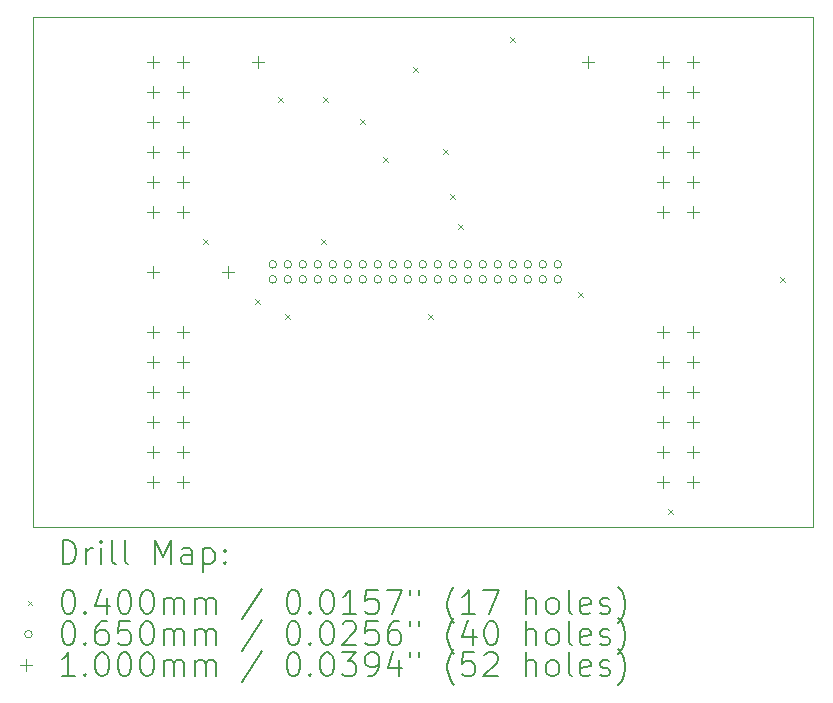
<source format=gbr>
%TF.GenerationSoftware,KiCad,Pcbnew,(6.0.9)*%
%TF.CreationDate,2022-11-20T21:47:47+01:00*%
%TF.ProjectId,iCE40HX8K-EVB EXT2PMOD adapter,69434534-3048-4583-984b-2d4556422045,V1.0*%
%TF.SameCoordinates,Original*%
%TF.FileFunction,Drillmap*%
%TF.FilePolarity,Positive*%
%FSLAX45Y45*%
G04 Gerber Fmt 4.5, Leading zero omitted, Abs format (unit mm)*
G04 Created by KiCad (PCBNEW (6.0.9)) date 2022-11-20 21:47:47*
%MOMM*%
%LPD*%
G01*
G04 APERTURE LIST*
%ADD10C,0.100000*%
%ADD11C,0.200000*%
%ADD12C,0.040000*%
%ADD13C,0.065000*%
G04 APERTURE END LIST*
D10*
X13208000Y-7493000D02*
X13208000Y-11811000D01*
X19812000Y-7493000D02*
X13208000Y-7493000D01*
X19812000Y-11811000D02*
X19812000Y-7493000D01*
X13208000Y-11811000D02*
X19812000Y-11811000D01*
D11*
D12*
X14648500Y-9378000D02*
X14688500Y-9418000D01*
X14688500Y-9378000D02*
X14648500Y-9418000D01*
X15093000Y-9886000D02*
X15133000Y-9926000D01*
X15133000Y-9886000D02*
X15093000Y-9926000D01*
X15283500Y-8171500D02*
X15323500Y-8211500D01*
X15323500Y-8171500D02*
X15283500Y-8211500D01*
X15347000Y-10013000D02*
X15387000Y-10053000D01*
X15387000Y-10013000D02*
X15347000Y-10053000D01*
X15646050Y-9378000D02*
X15686050Y-9418000D01*
X15686050Y-9378000D02*
X15646050Y-9418000D01*
X15664500Y-8171500D02*
X15704500Y-8211500D01*
X15704500Y-8171500D02*
X15664500Y-8211500D01*
X15982000Y-8362000D02*
X16022000Y-8402000D01*
X16022000Y-8362000D02*
X15982000Y-8402000D01*
X16172500Y-8679500D02*
X16212500Y-8719500D01*
X16212500Y-8679500D02*
X16172500Y-8719500D01*
X16426500Y-7917500D02*
X16466500Y-7957500D01*
X16466500Y-7917500D02*
X16426500Y-7957500D01*
X16553500Y-10013000D02*
X16593500Y-10053000D01*
X16593500Y-10013000D02*
X16553500Y-10053000D01*
X16680500Y-8616000D02*
X16720500Y-8656000D01*
X16720500Y-8616000D02*
X16680500Y-8656000D01*
X16744000Y-8997000D02*
X16784000Y-9037000D01*
X16784000Y-8997000D02*
X16744000Y-9037000D01*
X16807500Y-9251000D02*
X16847500Y-9291000D01*
X16847500Y-9251000D02*
X16807500Y-9291000D01*
X17252000Y-7663500D02*
X17292000Y-7703500D01*
X17292000Y-7663500D02*
X17252000Y-7703500D01*
X17823500Y-9822500D02*
X17863500Y-9862500D01*
X17863500Y-9822500D02*
X17823500Y-9862500D01*
X18585500Y-11664000D02*
X18625500Y-11704000D01*
X18625500Y-11664000D02*
X18585500Y-11704000D01*
X19538000Y-9695500D02*
X19578000Y-9735500D01*
X19578000Y-9695500D02*
X19538000Y-9735500D01*
D13*
X15272500Y-9588500D02*
G75*
G03*
X15272500Y-9588500I-32500J0D01*
G01*
X15272500Y-9715500D02*
G75*
G03*
X15272500Y-9715500I-32500J0D01*
G01*
X15399500Y-9588500D02*
G75*
G03*
X15399500Y-9588500I-32500J0D01*
G01*
X15399500Y-9715500D02*
G75*
G03*
X15399500Y-9715500I-32500J0D01*
G01*
X15526500Y-9588500D02*
G75*
G03*
X15526500Y-9588500I-32500J0D01*
G01*
X15526500Y-9715500D02*
G75*
G03*
X15526500Y-9715500I-32500J0D01*
G01*
X15653500Y-9588500D02*
G75*
G03*
X15653500Y-9588500I-32500J0D01*
G01*
X15653500Y-9715500D02*
G75*
G03*
X15653500Y-9715500I-32500J0D01*
G01*
X15780500Y-9588500D02*
G75*
G03*
X15780500Y-9588500I-32500J0D01*
G01*
X15780500Y-9715500D02*
G75*
G03*
X15780500Y-9715500I-32500J0D01*
G01*
X15907500Y-9588500D02*
G75*
G03*
X15907500Y-9588500I-32500J0D01*
G01*
X15907500Y-9715500D02*
G75*
G03*
X15907500Y-9715500I-32500J0D01*
G01*
X16034500Y-9588500D02*
G75*
G03*
X16034500Y-9588500I-32500J0D01*
G01*
X16034500Y-9715500D02*
G75*
G03*
X16034500Y-9715500I-32500J0D01*
G01*
X16161500Y-9588500D02*
G75*
G03*
X16161500Y-9588500I-32500J0D01*
G01*
X16161500Y-9715500D02*
G75*
G03*
X16161500Y-9715500I-32500J0D01*
G01*
X16288500Y-9588500D02*
G75*
G03*
X16288500Y-9588500I-32500J0D01*
G01*
X16288500Y-9715500D02*
G75*
G03*
X16288500Y-9715500I-32500J0D01*
G01*
X16415500Y-9588500D02*
G75*
G03*
X16415500Y-9588500I-32500J0D01*
G01*
X16415500Y-9715500D02*
G75*
G03*
X16415500Y-9715500I-32500J0D01*
G01*
X16542500Y-9588500D02*
G75*
G03*
X16542500Y-9588500I-32500J0D01*
G01*
X16542500Y-9715500D02*
G75*
G03*
X16542500Y-9715500I-32500J0D01*
G01*
X16669500Y-9588500D02*
G75*
G03*
X16669500Y-9588500I-32500J0D01*
G01*
X16669500Y-9715500D02*
G75*
G03*
X16669500Y-9715500I-32500J0D01*
G01*
X16796500Y-9588500D02*
G75*
G03*
X16796500Y-9588500I-32500J0D01*
G01*
X16796500Y-9715500D02*
G75*
G03*
X16796500Y-9715500I-32500J0D01*
G01*
X16923500Y-9588500D02*
G75*
G03*
X16923500Y-9588500I-32500J0D01*
G01*
X16923500Y-9715500D02*
G75*
G03*
X16923500Y-9715500I-32500J0D01*
G01*
X17050500Y-9588500D02*
G75*
G03*
X17050500Y-9588500I-32500J0D01*
G01*
X17050500Y-9715500D02*
G75*
G03*
X17050500Y-9715500I-32500J0D01*
G01*
X17177500Y-9588500D02*
G75*
G03*
X17177500Y-9588500I-32500J0D01*
G01*
X17177500Y-9715500D02*
G75*
G03*
X17177500Y-9715500I-32500J0D01*
G01*
X17304500Y-9588500D02*
G75*
G03*
X17304500Y-9588500I-32500J0D01*
G01*
X17304500Y-9715500D02*
G75*
G03*
X17304500Y-9715500I-32500J0D01*
G01*
X17431500Y-9588500D02*
G75*
G03*
X17431500Y-9588500I-32500J0D01*
G01*
X17431500Y-9715500D02*
G75*
G03*
X17431500Y-9715500I-32500J0D01*
G01*
X17558500Y-9588500D02*
G75*
G03*
X17558500Y-9588500I-32500J0D01*
G01*
X17558500Y-9715500D02*
G75*
G03*
X17558500Y-9715500I-32500J0D01*
G01*
X17685500Y-9588500D02*
G75*
G03*
X17685500Y-9588500I-32500J0D01*
G01*
X17685500Y-9715500D02*
G75*
G03*
X17685500Y-9715500I-32500J0D01*
G01*
D10*
X14224000Y-7824000D02*
X14224000Y-7924000D01*
X14174000Y-7874000D02*
X14274000Y-7874000D01*
X14224000Y-8078000D02*
X14224000Y-8178000D01*
X14174000Y-8128000D02*
X14274000Y-8128000D01*
X14224000Y-8332000D02*
X14224000Y-8432000D01*
X14174000Y-8382000D02*
X14274000Y-8382000D01*
X14224000Y-8586000D02*
X14224000Y-8686000D01*
X14174000Y-8636000D02*
X14274000Y-8636000D01*
X14224000Y-8840000D02*
X14224000Y-8940000D01*
X14174000Y-8890000D02*
X14274000Y-8890000D01*
X14224000Y-9094000D02*
X14224000Y-9194000D01*
X14174000Y-9144000D02*
X14274000Y-9144000D01*
X14224000Y-9602000D02*
X14224000Y-9702000D01*
X14174000Y-9652000D02*
X14274000Y-9652000D01*
X14224000Y-10110000D02*
X14224000Y-10210000D01*
X14174000Y-10160000D02*
X14274000Y-10160000D01*
X14224000Y-10364000D02*
X14224000Y-10464000D01*
X14174000Y-10414000D02*
X14274000Y-10414000D01*
X14224000Y-10618000D02*
X14224000Y-10718000D01*
X14174000Y-10668000D02*
X14274000Y-10668000D01*
X14224000Y-10872000D02*
X14224000Y-10972000D01*
X14174000Y-10922000D02*
X14274000Y-10922000D01*
X14224000Y-11126000D02*
X14224000Y-11226000D01*
X14174000Y-11176000D02*
X14274000Y-11176000D01*
X14224000Y-11380000D02*
X14224000Y-11480000D01*
X14174000Y-11430000D02*
X14274000Y-11430000D01*
X14478000Y-7824000D02*
X14478000Y-7924000D01*
X14428000Y-7874000D02*
X14528000Y-7874000D01*
X14478000Y-8078000D02*
X14478000Y-8178000D01*
X14428000Y-8128000D02*
X14528000Y-8128000D01*
X14478000Y-8332000D02*
X14478000Y-8432000D01*
X14428000Y-8382000D02*
X14528000Y-8382000D01*
X14478000Y-8586000D02*
X14478000Y-8686000D01*
X14428000Y-8636000D02*
X14528000Y-8636000D01*
X14478000Y-8840000D02*
X14478000Y-8940000D01*
X14428000Y-8890000D02*
X14528000Y-8890000D01*
X14478000Y-9094000D02*
X14478000Y-9194000D01*
X14428000Y-9144000D02*
X14528000Y-9144000D01*
X14478000Y-10110000D02*
X14478000Y-10210000D01*
X14428000Y-10160000D02*
X14528000Y-10160000D01*
X14478000Y-10364000D02*
X14478000Y-10464000D01*
X14428000Y-10414000D02*
X14528000Y-10414000D01*
X14478000Y-10618000D02*
X14478000Y-10718000D01*
X14428000Y-10668000D02*
X14528000Y-10668000D01*
X14478000Y-10872000D02*
X14478000Y-10972000D01*
X14428000Y-10922000D02*
X14528000Y-10922000D01*
X14478000Y-11126000D02*
X14478000Y-11226000D01*
X14428000Y-11176000D02*
X14528000Y-11176000D01*
X14478000Y-11380000D02*
X14478000Y-11480000D01*
X14428000Y-11430000D02*
X14528000Y-11430000D01*
X14859000Y-9602000D02*
X14859000Y-9702000D01*
X14809000Y-9652000D02*
X14909000Y-9652000D01*
X15113000Y-7824000D02*
X15113000Y-7924000D01*
X15063000Y-7874000D02*
X15163000Y-7874000D01*
X17907000Y-7824000D02*
X17907000Y-7924000D01*
X17857000Y-7874000D02*
X17957000Y-7874000D01*
X18542000Y-7824000D02*
X18542000Y-7924000D01*
X18492000Y-7874000D02*
X18592000Y-7874000D01*
X18542000Y-8078000D02*
X18542000Y-8178000D01*
X18492000Y-8128000D02*
X18592000Y-8128000D01*
X18542000Y-8332000D02*
X18542000Y-8432000D01*
X18492000Y-8382000D02*
X18592000Y-8382000D01*
X18542000Y-8586000D02*
X18542000Y-8686000D01*
X18492000Y-8636000D02*
X18592000Y-8636000D01*
X18542000Y-8840000D02*
X18542000Y-8940000D01*
X18492000Y-8890000D02*
X18592000Y-8890000D01*
X18542000Y-9094000D02*
X18542000Y-9194000D01*
X18492000Y-9144000D02*
X18592000Y-9144000D01*
X18542000Y-10110000D02*
X18542000Y-10210000D01*
X18492000Y-10160000D02*
X18592000Y-10160000D01*
X18542000Y-10364000D02*
X18542000Y-10464000D01*
X18492000Y-10414000D02*
X18592000Y-10414000D01*
X18542000Y-10618000D02*
X18542000Y-10718000D01*
X18492000Y-10668000D02*
X18592000Y-10668000D01*
X18542000Y-10872000D02*
X18542000Y-10972000D01*
X18492000Y-10922000D02*
X18592000Y-10922000D01*
X18542000Y-11126000D02*
X18542000Y-11226000D01*
X18492000Y-11176000D02*
X18592000Y-11176000D01*
X18542000Y-11380000D02*
X18542000Y-11480000D01*
X18492000Y-11430000D02*
X18592000Y-11430000D01*
X18796000Y-7824000D02*
X18796000Y-7924000D01*
X18746000Y-7874000D02*
X18846000Y-7874000D01*
X18796000Y-8078000D02*
X18796000Y-8178000D01*
X18746000Y-8128000D02*
X18846000Y-8128000D01*
X18796000Y-8332000D02*
X18796000Y-8432000D01*
X18746000Y-8382000D02*
X18846000Y-8382000D01*
X18796000Y-8586000D02*
X18796000Y-8686000D01*
X18746000Y-8636000D02*
X18846000Y-8636000D01*
X18796000Y-8840000D02*
X18796000Y-8940000D01*
X18746000Y-8890000D02*
X18846000Y-8890000D01*
X18796000Y-9094000D02*
X18796000Y-9194000D01*
X18746000Y-9144000D02*
X18846000Y-9144000D01*
X18796000Y-10110000D02*
X18796000Y-10210000D01*
X18746000Y-10160000D02*
X18846000Y-10160000D01*
X18796000Y-10364000D02*
X18796000Y-10464000D01*
X18746000Y-10414000D02*
X18846000Y-10414000D01*
X18796000Y-10618000D02*
X18796000Y-10718000D01*
X18746000Y-10668000D02*
X18846000Y-10668000D01*
X18796000Y-10872000D02*
X18796000Y-10972000D01*
X18746000Y-10922000D02*
X18846000Y-10922000D01*
X18796000Y-11126000D02*
X18796000Y-11226000D01*
X18746000Y-11176000D02*
X18846000Y-11176000D01*
X18796000Y-11380000D02*
X18796000Y-11480000D01*
X18746000Y-11430000D02*
X18846000Y-11430000D01*
D11*
X13460619Y-12126476D02*
X13460619Y-11926476D01*
X13508238Y-11926476D01*
X13536809Y-11936000D01*
X13555857Y-11955048D01*
X13565381Y-11974095D01*
X13574905Y-12012190D01*
X13574905Y-12040762D01*
X13565381Y-12078857D01*
X13555857Y-12097905D01*
X13536809Y-12116952D01*
X13508238Y-12126476D01*
X13460619Y-12126476D01*
X13660619Y-12126476D02*
X13660619Y-11993143D01*
X13660619Y-12031238D02*
X13670143Y-12012190D01*
X13679667Y-12002667D01*
X13698714Y-11993143D01*
X13717762Y-11993143D01*
X13784428Y-12126476D02*
X13784428Y-11993143D01*
X13784428Y-11926476D02*
X13774905Y-11936000D01*
X13784428Y-11945524D01*
X13793952Y-11936000D01*
X13784428Y-11926476D01*
X13784428Y-11945524D01*
X13908238Y-12126476D02*
X13889190Y-12116952D01*
X13879667Y-12097905D01*
X13879667Y-11926476D01*
X14013000Y-12126476D02*
X13993952Y-12116952D01*
X13984428Y-12097905D01*
X13984428Y-11926476D01*
X14241571Y-12126476D02*
X14241571Y-11926476D01*
X14308238Y-12069333D01*
X14374905Y-11926476D01*
X14374905Y-12126476D01*
X14555857Y-12126476D02*
X14555857Y-12021714D01*
X14546333Y-12002667D01*
X14527286Y-11993143D01*
X14489190Y-11993143D01*
X14470143Y-12002667D01*
X14555857Y-12116952D02*
X14536809Y-12126476D01*
X14489190Y-12126476D01*
X14470143Y-12116952D01*
X14460619Y-12097905D01*
X14460619Y-12078857D01*
X14470143Y-12059809D01*
X14489190Y-12050286D01*
X14536809Y-12050286D01*
X14555857Y-12040762D01*
X14651095Y-11993143D02*
X14651095Y-12193143D01*
X14651095Y-12002667D02*
X14670143Y-11993143D01*
X14708238Y-11993143D01*
X14727286Y-12002667D01*
X14736809Y-12012190D01*
X14746333Y-12031238D01*
X14746333Y-12088381D01*
X14736809Y-12107428D01*
X14727286Y-12116952D01*
X14708238Y-12126476D01*
X14670143Y-12126476D01*
X14651095Y-12116952D01*
X14832048Y-12107428D02*
X14841571Y-12116952D01*
X14832048Y-12126476D01*
X14822524Y-12116952D01*
X14832048Y-12107428D01*
X14832048Y-12126476D01*
X14832048Y-12002667D02*
X14841571Y-12012190D01*
X14832048Y-12021714D01*
X14822524Y-12012190D01*
X14832048Y-12002667D01*
X14832048Y-12021714D01*
D12*
X13163000Y-12436000D02*
X13203000Y-12476000D01*
X13203000Y-12436000D02*
X13163000Y-12476000D01*
D11*
X13498714Y-12346476D02*
X13517762Y-12346476D01*
X13536809Y-12356000D01*
X13546333Y-12365524D01*
X13555857Y-12384571D01*
X13565381Y-12422667D01*
X13565381Y-12470286D01*
X13555857Y-12508381D01*
X13546333Y-12527428D01*
X13536809Y-12536952D01*
X13517762Y-12546476D01*
X13498714Y-12546476D01*
X13479667Y-12536952D01*
X13470143Y-12527428D01*
X13460619Y-12508381D01*
X13451095Y-12470286D01*
X13451095Y-12422667D01*
X13460619Y-12384571D01*
X13470143Y-12365524D01*
X13479667Y-12356000D01*
X13498714Y-12346476D01*
X13651095Y-12527428D02*
X13660619Y-12536952D01*
X13651095Y-12546476D01*
X13641571Y-12536952D01*
X13651095Y-12527428D01*
X13651095Y-12546476D01*
X13832048Y-12413143D02*
X13832048Y-12546476D01*
X13784428Y-12336952D02*
X13736809Y-12479809D01*
X13860619Y-12479809D01*
X13974905Y-12346476D02*
X13993952Y-12346476D01*
X14013000Y-12356000D01*
X14022524Y-12365524D01*
X14032048Y-12384571D01*
X14041571Y-12422667D01*
X14041571Y-12470286D01*
X14032048Y-12508381D01*
X14022524Y-12527428D01*
X14013000Y-12536952D01*
X13993952Y-12546476D01*
X13974905Y-12546476D01*
X13955857Y-12536952D01*
X13946333Y-12527428D01*
X13936809Y-12508381D01*
X13927286Y-12470286D01*
X13927286Y-12422667D01*
X13936809Y-12384571D01*
X13946333Y-12365524D01*
X13955857Y-12356000D01*
X13974905Y-12346476D01*
X14165381Y-12346476D02*
X14184428Y-12346476D01*
X14203476Y-12356000D01*
X14213000Y-12365524D01*
X14222524Y-12384571D01*
X14232048Y-12422667D01*
X14232048Y-12470286D01*
X14222524Y-12508381D01*
X14213000Y-12527428D01*
X14203476Y-12536952D01*
X14184428Y-12546476D01*
X14165381Y-12546476D01*
X14146333Y-12536952D01*
X14136809Y-12527428D01*
X14127286Y-12508381D01*
X14117762Y-12470286D01*
X14117762Y-12422667D01*
X14127286Y-12384571D01*
X14136809Y-12365524D01*
X14146333Y-12356000D01*
X14165381Y-12346476D01*
X14317762Y-12546476D02*
X14317762Y-12413143D01*
X14317762Y-12432190D02*
X14327286Y-12422667D01*
X14346333Y-12413143D01*
X14374905Y-12413143D01*
X14393952Y-12422667D01*
X14403476Y-12441714D01*
X14403476Y-12546476D01*
X14403476Y-12441714D02*
X14413000Y-12422667D01*
X14432048Y-12413143D01*
X14460619Y-12413143D01*
X14479667Y-12422667D01*
X14489190Y-12441714D01*
X14489190Y-12546476D01*
X14584428Y-12546476D02*
X14584428Y-12413143D01*
X14584428Y-12432190D02*
X14593952Y-12422667D01*
X14613000Y-12413143D01*
X14641571Y-12413143D01*
X14660619Y-12422667D01*
X14670143Y-12441714D01*
X14670143Y-12546476D01*
X14670143Y-12441714D02*
X14679667Y-12422667D01*
X14698714Y-12413143D01*
X14727286Y-12413143D01*
X14746333Y-12422667D01*
X14755857Y-12441714D01*
X14755857Y-12546476D01*
X15146333Y-12336952D02*
X14974905Y-12594095D01*
X15403476Y-12346476D02*
X15422524Y-12346476D01*
X15441571Y-12356000D01*
X15451095Y-12365524D01*
X15460619Y-12384571D01*
X15470143Y-12422667D01*
X15470143Y-12470286D01*
X15460619Y-12508381D01*
X15451095Y-12527428D01*
X15441571Y-12536952D01*
X15422524Y-12546476D01*
X15403476Y-12546476D01*
X15384428Y-12536952D01*
X15374905Y-12527428D01*
X15365381Y-12508381D01*
X15355857Y-12470286D01*
X15355857Y-12422667D01*
X15365381Y-12384571D01*
X15374905Y-12365524D01*
X15384428Y-12356000D01*
X15403476Y-12346476D01*
X15555857Y-12527428D02*
X15565381Y-12536952D01*
X15555857Y-12546476D01*
X15546333Y-12536952D01*
X15555857Y-12527428D01*
X15555857Y-12546476D01*
X15689190Y-12346476D02*
X15708238Y-12346476D01*
X15727286Y-12356000D01*
X15736809Y-12365524D01*
X15746333Y-12384571D01*
X15755857Y-12422667D01*
X15755857Y-12470286D01*
X15746333Y-12508381D01*
X15736809Y-12527428D01*
X15727286Y-12536952D01*
X15708238Y-12546476D01*
X15689190Y-12546476D01*
X15670143Y-12536952D01*
X15660619Y-12527428D01*
X15651095Y-12508381D01*
X15641571Y-12470286D01*
X15641571Y-12422667D01*
X15651095Y-12384571D01*
X15660619Y-12365524D01*
X15670143Y-12356000D01*
X15689190Y-12346476D01*
X15946333Y-12546476D02*
X15832048Y-12546476D01*
X15889190Y-12546476D02*
X15889190Y-12346476D01*
X15870143Y-12375048D01*
X15851095Y-12394095D01*
X15832048Y-12403619D01*
X16127286Y-12346476D02*
X16032048Y-12346476D01*
X16022524Y-12441714D01*
X16032048Y-12432190D01*
X16051095Y-12422667D01*
X16098714Y-12422667D01*
X16117762Y-12432190D01*
X16127286Y-12441714D01*
X16136809Y-12460762D01*
X16136809Y-12508381D01*
X16127286Y-12527428D01*
X16117762Y-12536952D01*
X16098714Y-12546476D01*
X16051095Y-12546476D01*
X16032048Y-12536952D01*
X16022524Y-12527428D01*
X16203476Y-12346476D02*
X16336809Y-12346476D01*
X16251095Y-12546476D01*
X16403476Y-12346476D02*
X16403476Y-12384571D01*
X16479667Y-12346476D02*
X16479667Y-12384571D01*
X16774905Y-12622667D02*
X16765381Y-12613143D01*
X16746333Y-12584571D01*
X16736809Y-12565524D01*
X16727286Y-12536952D01*
X16717762Y-12489333D01*
X16717762Y-12451238D01*
X16727286Y-12403619D01*
X16736809Y-12375048D01*
X16746333Y-12356000D01*
X16765381Y-12327428D01*
X16774905Y-12317905D01*
X16955857Y-12546476D02*
X16841571Y-12546476D01*
X16898714Y-12546476D02*
X16898714Y-12346476D01*
X16879667Y-12375048D01*
X16860619Y-12394095D01*
X16841571Y-12403619D01*
X17022524Y-12346476D02*
X17155857Y-12346476D01*
X17070143Y-12546476D01*
X17384429Y-12546476D02*
X17384429Y-12346476D01*
X17470143Y-12546476D02*
X17470143Y-12441714D01*
X17460619Y-12422667D01*
X17441571Y-12413143D01*
X17413000Y-12413143D01*
X17393952Y-12422667D01*
X17384429Y-12432190D01*
X17593952Y-12546476D02*
X17574905Y-12536952D01*
X17565381Y-12527428D01*
X17555857Y-12508381D01*
X17555857Y-12451238D01*
X17565381Y-12432190D01*
X17574905Y-12422667D01*
X17593952Y-12413143D01*
X17622524Y-12413143D01*
X17641571Y-12422667D01*
X17651095Y-12432190D01*
X17660619Y-12451238D01*
X17660619Y-12508381D01*
X17651095Y-12527428D01*
X17641571Y-12536952D01*
X17622524Y-12546476D01*
X17593952Y-12546476D01*
X17774905Y-12546476D02*
X17755857Y-12536952D01*
X17746333Y-12517905D01*
X17746333Y-12346476D01*
X17927286Y-12536952D02*
X17908238Y-12546476D01*
X17870143Y-12546476D01*
X17851095Y-12536952D01*
X17841571Y-12517905D01*
X17841571Y-12441714D01*
X17851095Y-12422667D01*
X17870143Y-12413143D01*
X17908238Y-12413143D01*
X17927286Y-12422667D01*
X17936810Y-12441714D01*
X17936810Y-12460762D01*
X17841571Y-12479809D01*
X18013000Y-12536952D02*
X18032048Y-12546476D01*
X18070143Y-12546476D01*
X18089190Y-12536952D01*
X18098714Y-12517905D01*
X18098714Y-12508381D01*
X18089190Y-12489333D01*
X18070143Y-12479809D01*
X18041571Y-12479809D01*
X18022524Y-12470286D01*
X18013000Y-12451238D01*
X18013000Y-12441714D01*
X18022524Y-12422667D01*
X18041571Y-12413143D01*
X18070143Y-12413143D01*
X18089190Y-12422667D01*
X18165381Y-12622667D02*
X18174905Y-12613143D01*
X18193952Y-12584571D01*
X18203476Y-12565524D01*
X18213000Y-12536952D01*
X18222524Y-12489333D01*
X18222524Y-12451238D01*
X18213000Y-12403619D01*
X18203476Y-12375048D01*
X18193952Y-12356000D01*
X18174905Y-12327428D01*
X18165381Y-12317905D01*
D13*
X13203000Y-12720000D02*
G75*
G03*
X13203000Y-12720000I-32500J0D01*
G01*
D11*
X13498714Y-12610476D02*
X13517762Y-12610476D01*
X13536809Y-12620000D01*
X13546333Y-12629524D01*
X13555857Y-12648571D01*
X13565381Y-12686667D01*
X13565381Y-12734286D01*
X13555857Y-12772381D01*
X13546333Y-12791428D01*
X13536809Y-12800952D01*
X13517762Y-12810476D01*
X13498714Y-12810476D01*
X13479667Y-12800952D01*
X13470143Y-12791428D01*
X13460619Y-12772381D01*
X13451095Y-12734286D01*
X13451095Y-12686667D01*
X13460619Y-12648571D01*
X13470143Y-12629524D01*
X13479667Y-12620000D01*
X13498714Y-12610476D01*
X13651095Y-12791428D02*
X13660619Y-12800952D01*
X13651095Y-12810476D01*
X13641571Y-12800952D01*
X13651095Y-12791428D01*
X13651095Y-12810476D01*
X13832048Y-12610476D02*
X13793952Y-12610476D01*
X13774905Y-12620000D01*
X13765381Y-12629524D01*
X13746333Y-12658095D01*
X13736809Y-12696190D01*
X13736809Y-12772381D01*
X13746333Y-12791428D01*
X13755857Y-12800952D01*
X13774905Y-12810476D01*
X13813000Y-12810476D01*
X13832048Y-12800952D01*
X13841571Y-12791428D01*
X13851095Y-12772381D01*
X13851095Y-12724762D01*
X13841571Y-12705714D01*
X13832048Y-12696190D01*
X13813000Y-12686667D01*
X13774905Y-12686667D01*
X13755857Y-12696190D01*
X13746333Y-12705714D01*
X13736809Y-12724762D01*
X14032048Y-12610476D02*
X13936809Y-12610476D01*
X13927286Y-12705714D01*
X13936809Y-12696190D01*
X13955857Y-12686667D01*
X14003476Y-12686667D01*
X14022524Y-12696190D01*
X14032048Y-12705714D01*
X14041571Y-12724762D01*
X14041571Y-12772381D01*
X14032048Y-12791428D01*
X14022524Y-12800952D01*
X14003476Y-12810476D01*
X13955857Y-12810476D01*
X13936809Y-12800952D01*
X13927286Y-12791428D01*
X14165381Y-12610476D02*
X14184428Y-12610476D01*
X14203476Y-12620000D01*
X14213000Y-12629524D01*
X14222524Y-12648571D01*
X14232048Y-12686667D01*
X14232048Y-12734286D01*
X14222524Y-12772381D01*
X14213000Y-12791428D01*
X14203476Y-12800952D01*
X14184428Y-12810476D01*
X14165381Y-12810476D01*
X14146333Y-12800952D01*
X14136809Y-12791428D01*
X14127286Y-12772381D01*
X14117762Y-12734286D01*
X14117762Y-12686667D01*
X14127286Y-12648571D01*
X14136809Y-12629524D01*
X14146333Y-12620000D01*
X14165381Y-12610476D01*
X14317762Y-12810476D02*
X14317762Y-12677143D01*
X14317762Y-12696190D02*
X14327286Y-12686667D01*
X14346333Y-12677143D01*
X14374905Y-12677143D01*
X14393952Y-12686667D01*
X14403476Y-12705714D01*
X14403476Y-12810476D01*
X14403476Y-12705714D02*
X14413000Y-12686667D01*
X14432048Y-12677143D01*
X14460619Y-12677143D01*
X14479667Y-12686667D01*
X14489190Y-12705714D01*
X14489190Y-12810476D01*
X14584428Y-12810476D02*
X14584428Y-12677143D01*
X14584428Y-12696190D02*
X14593952Y-12686667D01*
X14613000Y-12677143D01*
X14641571Y-12677143D01*
X14660619Y-12686667D01*
X14670143Y-12705714D01*
X14670143Y-12810476D01*
X14670143Y-12705714D02*
X14679667Y-12686667D01*
X14698714Y-12677143D01*
X14727286Y-12677143D01*
X14746333Y-12686667D01*
X14755857Y-12705714D01*
X14755857Y-12810476D01*
X15146333Y-12600952D02*
X14974905Y-12858095D01*
X15403476Y-12610476D02*
X15422524Y-12610476D01*
X15441571Y-12620000D01*
X15451095Y-12629524D01*
X15460619Y-12648571D01*
X15470143Y-12686667D01*
X15470143Y-12734286D01*
X15460619Y-12772381D01*
X15451095Y-12791428D01*
X15441571Y-12800952D01*
X15422524Y-12810476D01*
X15403476Y-12810476D01*
X15384428Y-12800952D01*
X15374905Y-12791428D01*
X15365381Y-12772381D01*
X15355857Y-12734286D01*
X15355857Y-12686667D01*
X15365381Y-12648571D01*
X15374905Y-12629524D01*
X15384428Y-12620000D01*
X15403476Y-12610476D01*
X15555857Y-12791428D02*
X15565381Y-12800952D01*
X15555857Y-12810476D01*
X15546333Y-12800952D01*
X15555857Y-12791428D01*
X15555857Y-12810476D01*
X15689190Y-12610476D02*
X15708238Y-12610476D01*
X15727286Y-12620000D01*
X15736809Y-12629524D01*
X15746333Y-12648571D01*
X15755857Y-12686667D01*
X15755857Y-12734286D01*
X15746333Y-12772381D01*
X15736809Y-12791428D01*
X15727286Y-12800952D01*
X15708238Y-12810476D01*
X15689190Y-12810476D01*
X15670143Y-12800952D01*
X15660619Y-12791428D01*
X15651095Y-12772381D01*
X15641571Y-12734286D01*
X15641571Y-12686667D01*
X15651095Y-12648571D01*
X15660619Y-12629524D01*
X15670143Y-12620000D01*
X15689190Y-12610476D01*
X15832048Y-12629524D02*
X15841571Y-12620000D01*
X15860619Y-12610476D01*
X15908238Y-12610476D01*
X15927286Y-12620000D01*
X15936809Y-12629524D01*
X15946333Y-12648571D01*
X15946333Y-12667619D01*
X15936809Y-12696190D01*
X15822524Y-12810476D01*
X15946333Y-12810476D01*
X16127286Y-12610476D02*
X16032048Y-12610476D01*
X16022524Y-12705714D01*
X16032048Y-12696190D01*
X16051095Y-12686667D01*
X16098714Y-12686667D01*
X16117762Y-12696190D01*
X16127286Y-12705714D01*
X16136809Y-12724762D01*
X16136809Y-12772381D01*
X16127286Y-12791428D01*
X16117762Y-12800952D01*
X16098714Y-12810476D01*
X16051095Y-12810476D01*
X16032048Y-12800952D01*
X16022524Y-12791428D01*
X16308238Y-12610476D02*
X16270143Y-12610476D01*
X16251095Y-12620000D01*
X16241571Y-12629524D01*
X16222524Y-12658095D01*
X16213000Y-12696190D01*
X16213000Y-12772381D01*
X16222524Y-12791428D01*
X16232048Y-12800952D01*
X16251095Y-12810476D01*
X16289190Y-12810476D01*
X16308238Y-12800952D01*
X16317762Y-12791428D01*
X16327286Y-12772381D01*
X16327286Y-12724762D01*
X16317762Y-12705714D01*
X16308238Y-12696190D01*
X16289190Y-12686667D01*
X16251095Y-12686667D01*
X16232048Y-12696190D01*
X16222524Y-12705714D01*
X16213000Y-12724762D01*
X16403476Y-12610476D02*
X16403476Y-12648571D01*
X16479667Y-12610476D02*
X16479667Y-12648571D01*
X16774905Y-12886667D02*
X16765381Y-12877143D01*
X16746333Y-12848571D01*
X16736809Y-12829524D01*
X16727286Y-12800952D01*
X16717762Y-12753333D01*
X16717762Y-12715238D01*
X16727286Y-12667619D01*
X16736809Y-12639048D01*
X16746333Y-12620000D01*
X16765381Y-12591428D01*
X16774905Y-12581905D01*
X16936810Y-12677143D02*
X16936810Y-12810476D01*
X16889190Y-12600952D02*
X16841571Y-12743809D01*
X16965381Y-12743809D01*
X17079667Y-12610476D02*
X17098714Y-12610476D01*
X17117762Y-12620000D01*
X17127286Y-12629524D01*
X17136810Y-12648571D01*
X17146333Y-12686667D01*
X17146333Y-12734286D01*
X17136810Y-12772381D01*
X17127286Y-12791428D01*
X17117762Y-12800952D01*
X17098714Y-12810476D01*
X17079667Y-12810476D01*
X17060619Y-12800952D01*
X17051095Y-12791428D01*
X17041571Y-12772381D01*
X17032048Y-12734286D01*
X17032048Y-12686667D01*
X17041571Y-12648571D01*
X17051095Y-12629524D01*
X17060619Y-12620000D01*
X17079667Y-12610476D01*
X17384429Y-12810476D02*
X17384429Y-12610476D01*
X17470143Y-12810476D02*
X17470143Y-12705714D01*
X17460619Y-12686667D01*
X17441571Y-12677143D01*
X17413000Y-12677143D01*
X17393952Y-12686667D01*
X17384429Y-12696190D01*
X17593952Y-12810476D02*
X17574905Y-12800952D01*
X17565381Y-12791428D01*
X17555857Y-12772381D01*
X17555857Y-12715238D01*
X17565381Y-12696190D01*
X17574905Y-12686667D01*
X17593952Y-12677143D01*
X17622524Y-12677143D01*
X17641571Y-12686667D01*
X17651095Y-12696190D01*
X17660619Y-12715238D01*
X17660619Y-12772381D01*
X17651095Y-12791428D01*
X17641571Y-12800952D01*
X17622524Y-12810476D01*
X17593952Y-12810476D01*
X17774905Y-12810476D02*
X17755857Y-12800952D01*
X17746333Y-12781905D01*
X17746333Y-12610476D01*
X17927286Y-12800952D02*
X17908238Y-12810476D01*
X17870143Y-12810476D01*
X17851095Y-12800952D01*
X17841571Y-12781905D01*
X17841571Y-12705714D01*
X17851095Y-12686667D01*
X17870143Y-12677143D01*
X17908238Y-12677143D01*
X17927286Y-12686667D01*
X17936810Y-12705714D01*
X17936810Y-12724762D01*
X17841571Y-12743809D01*
X18013000Y-12800952D02*
X18032048Y-12810476D01*
X18070143Y-12810476D01*
X18089190Y-12800952D01*
X18098714Y-12781905D01*
X18098714Y-12772381D01*
X18089190Y-12753333D01*
X18070143Y-12743809D01*
X18041571Y-12743809D01*
X18022524Y-12734286D01*
X18013000Y-12715238D01*
X18013000Y-12705714D01*
X18022524Y-12686667D01*
X18041571Y-12677143D01*
X18070143Y-12677143D01*
X18089190Y-12686667D01*
X18165381Y-12886667D02*
X18174905Y-12877143D01*
X18193952Y-12848571D01*
X18203476Y-12829524D01*
X18213000Y-12800952D01*
X18222524Y-12753333D01*
X18222524Y-12715238D01*
X18213000Y-12667619D01*
X18203476Y-12639048D01*
X18193952Y-12620000D01*
X18174905Y-12591428D01*
X18165381Y-12581905D01*
D10*
X13153000Y-12934000D02*
X13153000Y-13034000D01*
X13103000Y-12984000D02*
X13203000Y-12984000D01*
D11*
X13565381Y-13074476D02*
X13451095Y-13074476D01*
X13508238Y-13074476D02*
X13508238Y-12874476D01*
X13489190Y-12903048D01*
X13470143Y-12922095D01*
X13451095Y-12931619D01*
X13651095Y-13055428D02*
X13660619Y-13064952D01*
X13651095Y-13074476D01*
X13641571Y-13064952D01*
X13651095Y-13055428D01*
X13651095Y-13074476D01*
X13784428Y-12874476D02*
X13803476Y-12874476D01*
X13822524Y-12884000D01*
X13832048Y-12893524D01*
X13841571Y-12912571D01*
X13851095Y-12950667D01*
X13851095Y-12998286D01*
X13841571Y-13036381D01*
X13832048Y-13055428D01*
X13822524Y-13064952D01*
X13803476Y-13074476D01*
X13784428Y-13074476D01*
X13765381Y-13064952D01*
X13755857Y-13055428D01*
X13746333Y-13036381D01*
X13736809Y-12998286D01*
X13736809Y-12950667D01*
X13746333Y-12912571D01*
X13755857Y-12893524D01*
X13765381Y-12884000D01*
X13784428Y-12874476D01*
X13974905Y-12874476D02*
X13993952Y-12874476D01*
X14013000Y-12884000D01*
X14022524Y-12893524D01*
X14032048Y-12912571D01*
X14041571Y-12950667D01*
X14041571Y-12998286D01*
X14032048Y-13036381D01*
X14022524Y-13055428D01*
X14013000Y-13064952D01*
X13993952Y-13074476D01*
X13974905Y-13074476D01*
X13955857Y-13064952D01*
X13946333Y-13055428D01*
X13936809Y-13036381D01*
X13927286Y-12998286D01*
X13927286Y-12950667D01*
X13936809Y-12912571D01*
X13946333Y-12893524D01*
X13955857Y-12884000D01*
X13974905Y-12874476D01*
X14165381Y-12874476D02*
X14184428Y-12874476D01*
X14203476Y-12884000D01*
X14213000Y-12893524D01*
X14222524Y-12912571D01*
X14232048Y-12950667D01*
X14232048Y-12998286D01*
X14222524Y-13036381D01*
X14213000Y-13055428D01*
X14203476Y-13064952D01*
X14184428Y-13074476D01*
X14165381Y-13074476D01*
X14146333Y-13064952D01*
X14136809Y-13055428D01*
X14127286Y-13036381D01*
X14117762Y-12998286D01*
X14117762Y-12950667D01*
X14127286Y-12912571D01*
X14136809Y-12893524D01*
X14146333Y-12884000D01*
X14165381Y-12874476D01*
X14317762Y-13074476D02*
X14317762Y-12941143D01*
X14317762Y-12960190D02*
X14327286Y-12950667D01*
X14346333Y-12941143D01*
X14374905Y-12941143D01*
X14393952Y-12950667D01*
X14403476Y-12969714D01*
X14403476Y-13074476D01*
X14403476Y-12969714D02*
X14413000Y-12950667D01*
X14432048Y-12941143D01*
X14460619Y-12941143D01*
X14479667Y-12950667D01*
X14489190Y-12969714D01*
X14489190Y-13074476D01*
X14584428Y-13074476D02*
X14584428Y-12941143D01*
X14584428Y-12960190D02*
X14593952Y-12950667D01*
X14613000Y-12941143D01*
X14641571Y-12941143D01*
X14660619Y-12950667D01*
X14670143Y-12969714D01*
X14670143Y-13074476D01*
X14670143Y-12969714D02*
X14679667Y-12950667D01*
X14698714Y-12941143D01*
X14727286Y-12941143D01*
X14746333Y-12950667D01*
X14755857Y-12969714D01*
X14755857Y-13074476D01*
X15146333Y-12864952D02*
X14974905Y-13122095D01*
X15403476Y-12874476D02*
X15422524Y-12874476D01*
X15441571Y-12884000D01*
X15451095Y-12893524D01*
X15460619Y-12912571D01*
X15470143Y-12950667D01*
X15470143Y-12998286D01*
X15460619Y-13036381D01*
X15451095Y-13055428D01*
X15441571Y-13064952D01*
X15422524Y-13074476D01*
X15403476Y-13074476D01*
X15384428Y-13064952D01*
X15374905Y-13055428D01*
X15365381Y-13036381D01*
X15355857Y-12998286D01*
X15355857Y-12950667D01*
X15365381Y-12912571D01*
X15374905Y-12893524D01*
X15384428Y-12884000D01*
X15403476Y-12874476D01*
X15555857Y-13055428D02*
X15565381Y-13064952D01*
X15555857Y-13074476D01*
X15546333Y-13064952D01*
X15555857Y-13055428D01*
X15555857Y-13074476D01*
X15689190Y-12874476D02*
X15708238Y-12874476D01*
X15727286Y-12884000D01*
X15736809Y-12893524D01*
X15746333Y-12912571D01*
X15755857Y-12950667D01*
X15755857Y-12998286D01*
X15746333Y-13036381D01*
X15736809Y-13055428D01*
X15727286Y-13064952D01*
X15708238Y-13074476D01*
X15689190Y-13074476D01*
X15670143Y-13064952D01*
X15660619Y-13055428D01*
X15651095Y-13036381D01*
X15641571Y-12998286D01*
X15641571Y-12950667D01*
X15651095Y-12912571D01*
X15660619Y-12893524D01*
X15670143Y-12884000D01*
X15689190Y-12874476D01*
X15822524Y-12874476D02*
X15946333Y-12874476D01*
X15879667Y-12950667D01*
X15908238Y-12950667D01*
X15927286Y-12960190D01*
X15936809Y-12969714D01*
X15946333Y-12988762D01*
X15946333Y-13036381D01*
X15936809Y-13055428D01*
X15927286Y-13064952D01*
X15908238Y-13074476D01*
X15851095Y-13074476D01*
X15832048Y-13064952D01*
X15822524Y-13055428D01*
X16041571Y-13074476D02*
X16079667Y-13074476D01*
X16098714Y-13064952D01*
X16108238Y-13055428D01*
X16127286Y-13026857D01*
X16136809Y-12988762D01*
X16136809Y-12912571D01*
X16127286Y-12893524D01*
X16117762Y-12884000D01*
X16098714Y-12874476D01*
X16060619Y-12874476D01*
X16041571Y-12884000D01*
X16032048Y-12893524D01*
X16022524Y-12912571D01*
X16022524Y-12960190D01*
X16032048Y-12979238D01*
X16041571Y-12988762D01*
X16060619Y-12998286D01*
X16098714Y-12998286D01*
X16117762Y-12988762D01*
X16127286Y-12979238D01*
X16136809Y-12960190D01*
X16308238Y-12941143D02*
X16308238Y-13074476D01*
X16260619Y-12864952D02*
X16213000Y-13007809D01*
X16336809Y-13007809D01*
X16403476Y-12874476D02*
X16403476Y-12912571D01*
X16479667Y-12874476D02*
X16479667Y-12912571D01*
X16774905Y-13150667D02*
X16765381Y-13141143D01*
X16746333Y-13112571D01*
X16736809Y-13093524D01*
X16727286Y-13064952D01*
X16717762Y-13017333D01*
X16717762Y-12979238D01*
X16727286Y-12931619D01*
X16736809Y-12903048D01*
X16746333Y-12884000D01*
X16765381Y-12855428D01*
X16774905Y-12845905D01*
X16946333Y-12874476D02*
X16851095Y-12874476D01*
X16841571Y-12969714D01*
X16851095Y-12960190D01*
X16870143Y-12950667D01*
X16917762Y-12950667D01*
X16936810Y-12960190D01*
X16946333Y-12969714D01*
X16955857Y-12988762D01*
X16955857Y-13036381D01*
X16946333Y-13055428D01*
X16936810Y-13064952D01*
X16917762Y-13074476D01*
X16870143Y-13074476D01*
X16851095Y-13064952D01*
X16841571Y-13055428D01*
X17032048Y-12893524D02*
X17041571Y-12884000D01*
X17060619Y-12874476D01*
X17108238Y-12874476D01*
X17127286Y-12884000D01*
X17136810Y-12893524D01*
X17146333Y-12912571D01*
X17146333Y-12931619D01*
X17136810Y-12960190D01*
X17022524Y-13074476D01*
X17146333Y-13074476D01*
X17384429Y-13074476D02*
X17384429Y-12874476D01*
X17470143Y-13074476D02*
X17470143Y-12969714D01*
X17460619Y-12950667D01*
X17441571Y-12941143D01*
X17413000Y-12941143D01*
X17393952Y-12950667D01*
X17384429Y-12960190D01*
X17593952Y-13074476D02*
X17574905Y-13064952D01*
X17565381Y-13055428D01*
X17555857Y-13036381D01*
X17555857Y-12979238D01*
X17565381Y-12960190D01*
X17574905Y-12950667D01*
X17593952Y-12941143D01*
X17622524Y-12941143D01*
X17641571Y-12950667D01*
X17651095Y-12960190D01*
X17660619Y-12979238D01*
X17660619Y-13036381D01*
X17651095Y-13055428D01*
X17641571Y-13064952D01*
X17622524Y-13074476D01*
X17593952Y-13074476D01*
X17774905Y-13074476D02*
X17755857Y-13064952D01*
X17746333Y-13045905D01*
X17746333Y-12874476D01*
X17927286Y-13064952D02*
X17908238Y-13074476D01*
X17870143Y-13074476D01*
X17851095Y-13064952D01*
X17841571Y-13045905D01*
X17841571Y-12969714D01*
X17851095Y-12950667D01*
X17870143Y-12941143D01*
X17908238Y-12941143D01*
X17927286Y-12950667D01*
X17936810Y-12969714D01*
X17936810Y-12988762D01*
X17841571Y-13007809D01*
X18013000Y-13064952D02*
X18032048Y-13074476D01*
X18070143Y-13074476D01*
X18089190Y-13064952D01*
X18098714Y-13045905D01*
X18098714Y-13036381D01*
X18089190Y-13017333D01*
X18070143Y-13007809D01*
X18041571Y-13007809D01*
X18022524Y-12998286D01*
X18013000Y-12979238D01*
X18013000Y-12969714D01*
X18022524Y-12950667D01*
X18041571Y-12941143D01*
X18070143Y-12941143D01*
X18089190Y-12950667D01*
X18165381Y-13150667D02*
X18174905Y-13141143D01*
X18193952Y-13112571D01*
X18203476Y-13093524D01*
X18213000Y-13064952D01*
X18222524Y-13017333D01*
X18222524Y-12979238D01*
X18213000Y-12931619D01*
X18203476Y-12903048D01*
X18193952Y-12884000D01*
X18174905Y-12855428D01*
X18165381Y-12845905D01*
M02*

</source>
